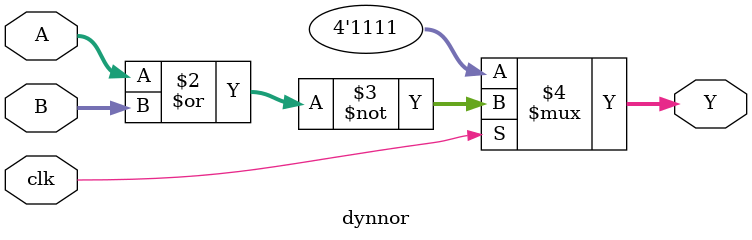
<source format=v>
`timescale 1ns / 1ps


module dynnor(A,B,clk,Y);
    input [3:0] A, B;
    input clk;  // Clock controls dynamic phases
    output [3:0] Y;
    // clk=0 -> precharge phase
    // clk=1 -> evaluate phase
    assign Y = (clk == 1'b0) ? 4'b1111 : ~(A | B);
endmodule


</source>
